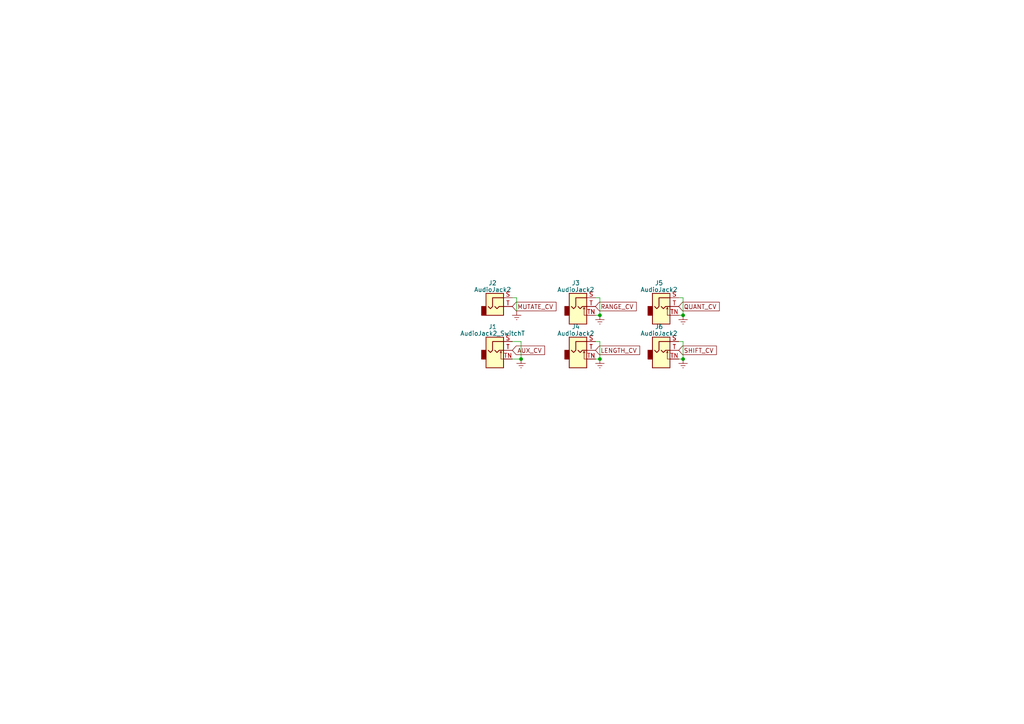
<source format=kicad_sch>
(kicad_sch (version 20230121) (generator eeschema)
  (paper "A4")
  (lib_symbols
    (symbol "Connector_Audio:AudioJack2"
      (property "Reference" "J" (at 0 8.89 0))
      (property "Value" "AudioJack2" (at 0 6.35 0))
      (symbol "AudioJack2_0_1"
        (rectangle (start -3.81 0) (end -2.54 -2.54) (stroke (width 0.254)) (fill (type outline)))
        (rectangle (start -2.54 3.81) (end 2.54 -2.54) (stroke (width 0.254)) (fill (type background)))
        (polyline (pts (xy 0 0) (xy 0.635 -0.635) (xy 1.27 0) (xy 2.54 0)) (stroke (width 0.254)))
        (polyline (pts (xy 2.54 2.54) (xy -0.635 2.54) (xy -0.635 0) (xy -1.27 -0.635) (xy -1.905 0)) (stroke (width 0.254)))
      )
      (symbol "AudioJack2_1_1"
        (pin passive line (at 5.08 2.54 180) (length 2.54) (name "~") (number "S"))
        (pin passive line (at 5.08 0 180) (length 2.54) (name "~") (number "T"))
      )
    )
    (symbol "Connector_Audio:AudioJack2_SwitchT"
      (property "Reference" "J" (at 0 8.89 0))
      (property "Value" "AudioJack2_SwitchT" (at 0 6.35 0))
      (symbol "AudioJack2_SwitchT_0_1"
        (rectangle (start -2.54 0) (end -3.81 -2.54) (stroke (width 0.254)) (fill (type outline)))
        (polyline (pts (xy 1.778 -0.254) (xy 2.032 -0.762)))
        (polyline (pts (xy 0 0) (xy 0.635 -0.635) (xy 1.27 0) (xy 2.54 0)) (stroke (width 0.254)))
        (polyline (pts (xy 2.54 -2.54) (xy 1.778 -2.54) (xy 1.778 -0.254) (xy 1.524 -0.762)))
        (polyline (pts (xy 2.54 2.54) (xy -0.635 2.54) (xy -0.635 0) (xy -1.27 -0.635) (xy -1.905 0)) (stroke (width 0.254)))
        (rectangle (start 2.54 3.81) (end -2.54 -5.08) (stroke (width 0.254)) (fill (type background)))
      )
      (symbol "AudioJack2_SwitchT_1_1"
        (pin passive line (at 5.08 2.54 180) (length 2.54) (name "~") (number "S"))
        (pin passive line (at 5.08 0 180) (length 2.54) (name "~") (number "T"))
        (pin passive line (at 5.08 -2.54 180) (length 2.54) (name "~") (number "TN"))
      )
    )
    (symbol "power:Earth" (power) (pin_names (offset 0))
      (symbol "Earth_0_1"
        (polyline (pts (xy -0.635 -1.905) (xy 0.635 -1.905)))
        (polyline (pts (xy -0.127 -2.54) (xy 0.127 -2.54)))
        (polyline (pts (xy 0 -1.27) (xy 0 0)))
        (polyline (pts (xy 1.27 -1.27) (xy -1.27 -1.27)))
      )
      (symbol "Earth_1_1"
        (pin power_in line (at 0 0 270) (length 0) hide (name "Earth") (number "1"))
      )
    )
  )
  (junction (at 198.12 91.44))
  (junction (at 173.99 91.44))
  (junction (at 198.12 104.14))
  (junction (at 151.13 104.14))
  (junction (at 173.99 104.14))
  (wire (pts (xy 173.99 99.06) (xy 173.99 104.14)))
  (wire (pts (xy 198.12 99.06) (xy 198.12 104.14)))
  (wire (pts (xy 151.13 99.06) (xy 151.13 104.14)))
  (wire (pts (xy 172.72 91.44) (xy 173.99 91.44)))
  (wire (pts (xy 198.12 86.36) (xy 196.85 86.36)))
  (wire (pts (xy 173.99 86.36) (xy 172.72 86.36)))
  (wire (pts (xy 148.59 104.14) (xy 151.13 104.14)))
  (wire (pts (xy 173.99 99.06) (xy 172.72 99.06)))
  (wire (pts (xy 198.12 86.36) (xy 198.12 91.44)))
  (wire (pts (xy 198.12 99.06) (xy 196.85 99.06)))
  (wire (pts (xy 173.99 86.36) (xy 173.99 91.44)))
  (wire (pts (xy 196.85 91.44) (xy 198.12 91.44)))
  (wire (pts (xy 149.86 86.36) (xy 148.59 86.36)))
  (wire (pts (xy 151.13 99.06) (xy 148.59 99.06)))
  (wire (pts (xy 172.72 104.14) (xy 173.99 104.14)))
  (wire (pts (xy 149.86 90.17) (xy 149.86 86.36)))
  (wire (pts (xy 196.85 104.14) (xy 198.12 104.14)))
  (global_label "LENGTH_CV" (shape input) (at 172.72 101.6 0) (property "Intersheetrefs" "${INTERSHEET_REFS}" (effects hide)))
  (global_label "AUX_CV" (shape input) (at 148.59 101.6 0) (property "Intersheetrefs" "${INTERSHEET_REFS}" (effects hide)))
  (global_label "RANGE_CV" (shape input) (at 172.72 88.9 0) (property "Intersheetrefs" "${INTERSHEET_REFS}" (effects hide)))
  (global_label "MUTATE_CV" (shape input) (at 148.59 88.9 0) (property "Intersheetrefs" "${INTERSHEET_REFS}" (effects hide)))
  (global_label "SHIFT_CV" (shape input) (at 196.85 101.6 0) (property "Intersheetrefs" "${INTERSHEET_REFS}" (effects hide)))
  (global_label "QUANT_CV" (shape input) (at 196.85 88.9 0) (property "Intersheetrefs" "${INTERSHEET_REFS}" (effects hide)))
  (symbol (lib_id "Connector_Audio:AudioJack2_SwitchT") (at 191.77 101.6 0) (unit 1)
    (property "Reference" "J6" (at 191.135 94.7801 0))
    (property "Value" "AudioJack2" (at 191.135 96.7011 0))
    (property "Footprint" "Connector_Audio:Jack_3.5mm_QingPu_WQP-PJ398SM_Vertical_CircularHoles" (effects hide))
  )
  (symbol (lib_id "power:Earth") (at 173.99 104.14 0) (unit 1)
    (property "Reference" "#PWR05" (effects hide))
    (property "Value" "Earth" (effects hide))
  )
  (symbol (lib_id "power:Earth") (at 198.12 104.14 0) (unit 1)
    (property "Reference" "#PWR07" (effects hide))
    (property "Value" "Earth" (effects hide))
  )
  (symbol (lib_id "Connector_Audio:AudioJack2_SwitchT") (at 167.64 88.9 0) (unit 1)
    (property "Reference" "J3" (at 167.005 82.0801 0))
    (property "Value" "AudioJack2" (at 167.005 84.0011 0))
    (property "Footprint" "Connector_Audio:Jack_3.5mm_QingPu_WQP-PJ398SM_Vertical_CircularHoles" (effects hide))
  )
  (symbol (lib_id "Connector_Audio:AudioJack2") (at 143.51 88.9 0) (unit 1)
    (property "Reference" "J2" (at 142.875 82.0801 0))
    (property "Value" "AudioJack2" (at 142.875 84.0011 0))
    (property "Footprint" "Connector_Audio:Jack_3.5mm_QingPu_WQP-PJ398SM_Vertical_CircularHoles" (effects hide))
  )
  (symbol (lib_id "power:Earth") (at 173.99 91.44 0) (unit 1)
    (property "Reference" "#PWR04" (effects hide))
    (property "Value" "Earth" (effects hide))
  )
  (symbol (lib_id "power:Earth") (at 198.12 91.44 0) (unit 1)
    (property "Reference" "#PWR06" (effects hide))
    (property "Value" "Earth" (effects hide))
  )
  (symbol (lib_id "Connector_Audio:AudioJack2_SwitchT") (at 191.77 88.9 0) (unit 1)
    (property "Reference" "J5" (at 191.135 82.0801 0))
    (property "Value" "AudioJack2" (at 191.135 84.0011 0))
    (property "Footprint" "Connector_Audio:Jack_3.5mm_QingPu_WQP-PJ398SM_Vertical_CircularHoles" (effects hide))
  )
  (symbol (lib_id "power:Earth") (at 151.13 104.14 0) (unit 1)
    (property "Reference" "#PWR01" (effects hide))
    (property "Value" "Earth" (effects hide))
  )
  (symbol (lib_id "Connector_Audio:AudioJack2_SwitchT") (at 167.64 101.6 0) (unit 1)
    (property "Reference" "J4" (at 167.005 94.7801 0))
    (property "Value" "AudioJack2" (at 167.005 96.7011 0))
    (property "Footprint" "Connector_Audio:Jack_3.5mm_QingPu_WQP-PJ398SM_Vertical_CircularHoles" (effects hide))
  )
  (symbol (lib_id "Connector_Audio:AudioJack2_SwitchT") (at 143.51 101.6 0) (unit 1)
    (property "Reference" "J1" (at 142.875 94.7801 0))
    (property "Value" "AudioJack2_SwitchT" (at 142.875 96.7011 0))
    (property "Footprint" "Connector_Audio:Jack_3.5mm_QingPu_WQP-PJ398SM_Vertical_CircularHoles" (effects hide))
  )
  (symbol (lib_id "power:Earth") (at 149.86 90.17 0) (unit 1)
    (property "Reference" "#PWR02" (effects hide))
    (property "Value" "Earth" (effects hide))
  )
)
</source>
